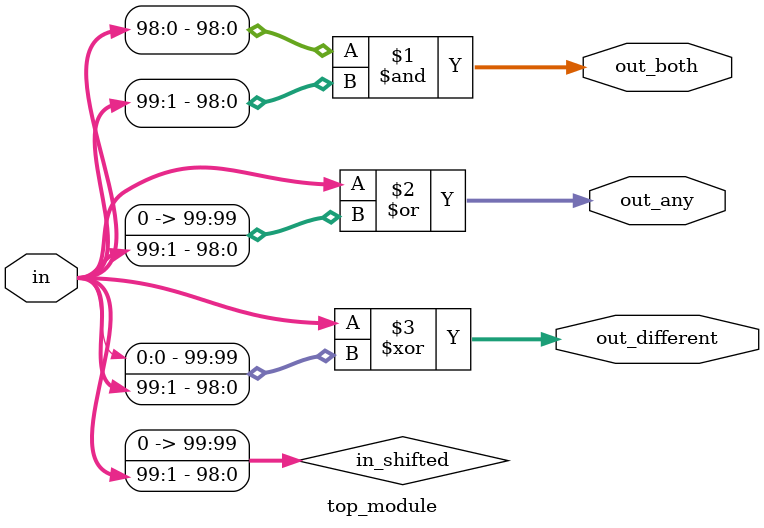
<source format=sv>
module top_module (
    input [99:0] in,
    output [98:0] out_both,
    output [99:0] out_any,
    output [99:0] out_different
);

    // Shift the input by one bit to the right
    wire [99:0] in_shifted;
    assign in_shifted = {1'b0, in[99:1]};

    // Generate out_both, out_any, and out_different signals
    assign out_both = in[98:0] & in_shifted[98:0];
    assign out_any = in | in_shifted;
    assign out_different = in ^ {in[0], in[99:1]};

endmodule

</source>
